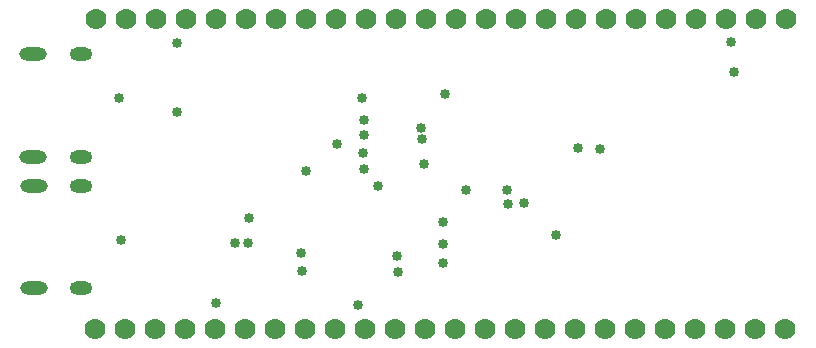
<source format=gbr>
%FSTAX23Y23*%
%MOIN*%
%SFA1B1*%

%IPPOS*%
%ADD72C,0.070000*%
%ADD73O,0.091614X0.044370*%
%ADD74O,0.075866X0.044370*%
%ADD75C,0.033590*%
%LNesp32_soldermask_bot-1*%
%LPD*%
G54D72*
X00281Y01096D03*
X00381D03*
X00481D03*
X00581D03*
X00681D03*
X00781D03*
X00881D03*
X00981D03*
X01081D03*
X01181D03*
X01281D03*
X01381D03*
X01481D03*
X01581D03*
X01681D03*
X01781D03*
X01881D03*
X01981D03*
X02081D03*
X02181D03*
X02281D03*
X02381D03*
X02481D03*
X02581D03*
X00278Y00062D03*
X00378D03*
X00478D03*
X00578D03*
X00678D03*
X00778D03*
X00878D03*
X00978D03*
X01078D03*
X01178D03*
X01278D03*
X01378D03*
X01478D03*
X01578D03*
X01678D03*
X01778D03*
X01878D03*
X01978D03*
X02078D03*
X02178D03*
X02278D03*
X02378D03*
X02478D03*
X02578D03*
G54D73*
X00071Y00978D03*
Y00637D03*
X00073Y0054D03*
Y002D03*
G54D74*
X00229Y00978D03*
Y00637D03*
X00231Y0054D03*
Y002D03*
G54D75*
X01438Y00419D03*
X02407Y00921D03*
X00965Y00315D03*
X00967Y00255D03*
X01707Y00482D03*
X01653Y00478D03*
X01173Y00596D03*
X01171Y00649D03*
X01083Y00679D03*
X00551Y00786D03*
X01443Y00847D03*
X02396Y01018D03*
X00982Y0059D03*
X01363Y00734D03*
X01814Y00375D03*
X01962Y00664D03*
X01888Y00667D03*
X01168Y00832D03*
X01174Y0071D03*
X01173Y00758D03*
X01367Y00696D03*
X01373Y00612D03*
X01513Y00525D03*
X01288Y00253D03*
X00743Y0035D03*
X00792Y00432D03*
X01283Y00306D03*
X01437Y00283D03*
X01437Y00345D03*
X01153Y00142D03*
X0068Y00149D03*
X01221Y0054D03*
X00788Y0035D03*
X00549Y01015D03*
X01649Y00525D03*
X00365Y00361D03*
X00356Y00833D03*
M02*
</source>
